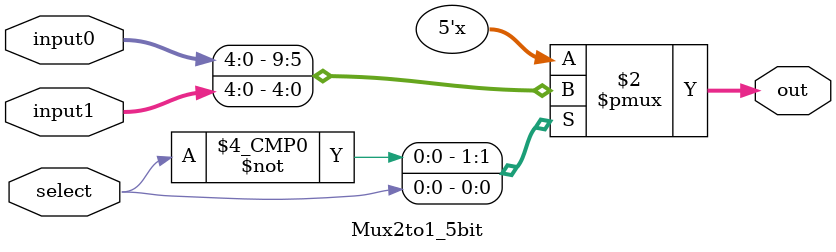
<source format=v>


`timescale 1ns / 1ns

module Mux2to1_5bit(input0, input1, select, out);
  
  input [4:0] input0, input1;	// input 1 & 2
  input select;            	// bit for select
  output reg [4:0] out; 	// ouput
  

  // MUX Loop

  always @ (select or input0 or input1)
  begin
    case(select)
      // if select = 0
      1'b0: begin
        // Select 1st input
        out <= input0;
      end
      // if select = 1
      1'b1: begin
        // Select 2nd input
        out <= input1;
      end
    endcase
  end
endmodule
</source>
